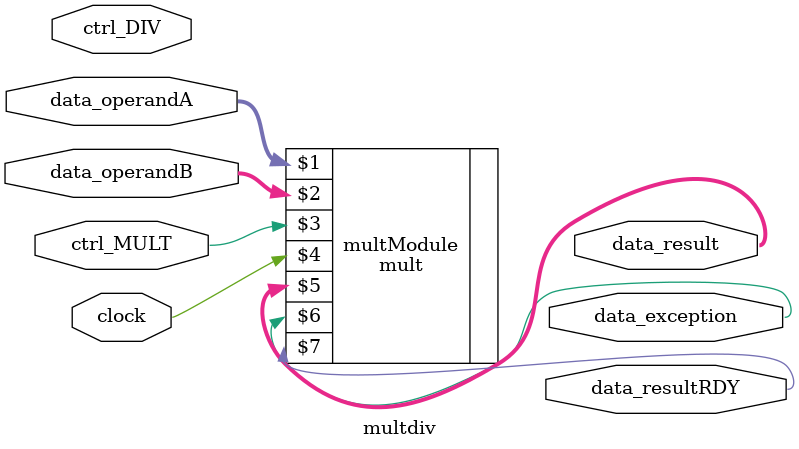
<source format=v>
module multdiv(
	data_operandA, data_operandB, 
	ctrl_MULT, ctrl_DIV, 
	clock, 
	data_result, data_exception, data_resultRDY);

    input [31:0] data_operandA, data_operandB;
    input ctrl_MULT, ctrl_DIV, clock;

    output [31:0] data_result;
    output data_exception, data_resultRDY;

    mult multModule(data_operandA, data_operandB, ctrl_MULT, clock, data_result, data_exception, data_resultRDY); 


endmodule
</source>
